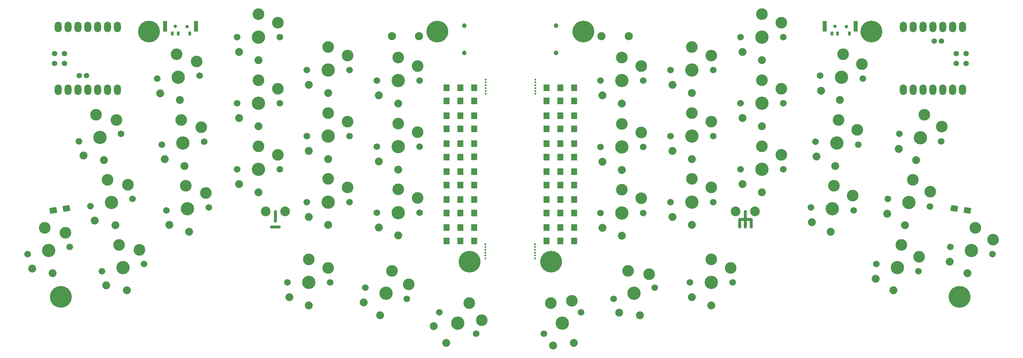
<source format=gts>
G04 #@! TF.GenerationSoftware,KiCad,Pcbnew,(6.0.6)*
G04 #@! TF.CreationDate,2022-11-10T12:46:59+01:00*
G04 #@! TF.ProjectId,totem_0_3,746f7465-6d5f-4305-9f33-2e6b69636164,0.3*
G04 #@! TF.SameCoordinates,Original*
G04 #@! TF.FileFunction,Soldermask,Top*
G04 #@! TF.FilePolarity,Negative*
%FSLAX46Y46*%
G04 Gerber Fmt 4.6, Leading zero omitted, Abs format (unit mm)*
G04 Created by KiCad (PCBNEW (6.0.6)) date 2022-11-10 12:46:59*
%MOMM*%
%LPD*%
G01*
G04 APERTURE LIST*
G04 Aperture macros list*
%AMRotRect*
0 Rectangle, with rotation*
0 The origin of the aperture is its center*
0 $1 length*
0 $2 width*
0 $3 Rotation angle, in degrees counterclockwise*
0 Add horizontal line*
21,1,$1,$2,0,0,$3*%
G04 Aperture macros list end*
%ADD10C,0.750000*%
%ADD11C,1.701800*%
%ADD12C,3.000000*%
%ADD13C,3.429000*%
%ADD14C,2.032000*%
%ADD15R,1.500000X1.800000*%
%ADD16C,0.500000*%
%ADD17C,5.600000*%
%ADD18C,1.200000*%
%ADD19O,1.800000X2.750000*%
%ADD20C,1.397000*%
%ADD21C,2.500000*%
%ADD22C,0.900000*%
%ADD23R,0.700000X1.000000*%
%ADD24R,1.000000X2.800000*%
%ADD25C,2.100000*%
%ADD26RotRect,1.800000X1.500000X170.000000*%
%ADD27RotRect,1.800000X1.500000X10.000000*%
G04 APERTURE END LIST*
D10*
X89500000Y-99000000D02*
X89500000Y-101500000D01*
X88500000Y-103000000D02*
X90500000Y-103000000D01*
X210500000Y-99000000D02*
X210500000Y-103000000D01*
X212000000Y-101000000D02*
X212000000Y-103000000D01*
X209000000Y-101000000D02*
X209000000Y-103000000D01*
X209000000Y-101000000D02*
X212000000Y-101000000D01*
D11*
X44838180Y-114436364D03*
D12*
X49221416Y-107621693D03*
X54527481Y-108920029D03*
D11*
X55671066Y-112526234D03*
D13*
X50254623Y-113481299D03*
D14*
X51279147Y-119291665D03*
X45990447Y-118091809D03*
D15*
X162872435Y-67194348D03*
X162872435Y-70594348D03*
X137127565Y-74393348D03*
X137127565Y-77793348D03*
D13*
X98103165Y-117314348D03*
D12*
X98103165Y-111364348D03*
X103103165Y-113564348D03*
D11*
X103603165Y-117314348D03*
X92603165Y-117314348D03*
D14*
X98103165Y-123214348D03*
X93103165Y-121114348D03*
D11*
X115629205Y-99324989D03*
D12*
X121129205Y-93374989D03*
X126129205Y-95574989D03*
D13*
X121129205Y-99324989D03*
D11*
X126629205Y-99324989D03*
D14*
X121129205Y-105224989D03*
X116129205Y-103124989D03*
D11*
X59044212Y-64830392D03*
D12*
X64115763Y-58511225D03*
D11*
X70017416Y-64063070D03*
D13*
X64530814Y-64446731D03*
D12*
X69257047Y-60357083D03*
D14*
X64942377Y-70332359D03*
X59808068Y-68586257D03*
D16*
X156392565Y-110394348D03*
X156392565Y-109654348D03*
X156392565Y-111134348D03*
X156392565Y-108174348D03*
X156392565Y-108914348D03*
X156392565Y-107434348D03*
D12*
X90129229Y-67418188D03*
X85129229Y-65218188D03*
D11*
X90629229Y-71168188D03*
D13*
X85129229Y-71168188D03*
D11*
X79629229Y-71168188D03*
D14*
X85129229Y-77068188D03*
X80129229Y-74968188D03*
D11*
X173253285Y-99410067D03*
D13*
X178753285Y-99410067D03*
D12*
X178753285Y-93460067D03*
D11*
X184253285Y-99410067D03*
D12*
X183753285Y-95660067D03*
D14*
X178753285Y-105310067D03*
X173753285Y-103210067D03*
D11*
X227430087Y-97987331D03*
D13*
X232916689Y-98370992D03*
D12*
X233331740Y-92435486D03*
D11*
X238403291Y-98754653D03*
D12*
X238166096Y-94978909D03*
D14*
X232505126Y-104256620D03*
X227663794Y-101812953D03*
D17*
X139500000Y-112000000D03*
D18*
X161800000Y-51200000D03*
X161800000Y-58200000D03*
D19*
X266420000Y-51505000D03*
X263880000Y-51505000D03*
X261340000Y-51505000D03*
X258800000Y-51505000D03*
X256260000Y-51505000D03*
X253720000Y-51505000D03*
X251180000Y-51505000D03*
X251180000Y-67695000D03*
X253720000Y-67695000D03*
X256260000Y-67695000D03*
X258800000Y-67695000D03*
X261340000Y-67695000D03*
X263880000Y-67695000D03*
X266420000Y-67695000D03*
D20*
X267372000Y-58330000D03*
X267372000Y-60870000D03*
X264832000Y-58330000D03*
X264832000Y-60870000D03*
X259117000Y-55155000D03*
X261022000Y-55155000D03*
D12*
X30119358Y-103229742D03*
D11*
X36569008Y-108134283D03*
D12*
X35425423Y-104528078D03*
D13*
X31152565Y-109089348D03*
D11*
X25736122Y-110044413D03*
D14*
X32177089Y-114899714D03*
X26888389Y-113699858D03*
D21*
X213000000Y-99000000D03*
D15*
X166422435Y-103194348D03*
X166422435Y-106594348D03*
X159322435Y-81597348D03*
X159322435Y-84997348D03*
D11*
X250136122Y-79059283D03*
D13*
X255552565Y-80014348D03*
D11*
X260969008Y-80969413D03*
D12*
X256585772Y-74154742D03*
X261127784Y-77189560D03*
D14*
X254528041Y-85824714D03*
X249968663Y-82888377D03*
D21*
X92000000Y-99000000D03*
D11*
X123340157Y-121512853D03*
D13*
X118027565Y-120089348D03*
D12*
X123827766Y-117761221D03*
D11*
X112714973Y-118665843D03*
D12*
X119567538Y-114342089D03*
D14*
X116500533Y-125788310D03*
X112214423Y-122465771D03*
D12*
X90129229Y-50417968D03*
D11*
X79629229Y-54167968D03*
X90629229Y-54167968D03*
D12*
X85129229Y-48217968D03*
D13*
X85129229Y-54167968D03*
D14*
X85129229Y-60067968D03*
X80129229Y-57967968D03*
D15*
X162872435Y-88796348D03*
X162872435Y-92196348D03*
D12*
X274277784Y-106264560D03*
D11*
X274119008Y-110044413D03*
X263286122Y-108134283D03*
D13*
X268702565Y-109089348D03*
D12*
X269735772Y-103229742D03*
D14*
X267678041Y-114899714D03*
X263118663Y-111963377D03*
D17*
X34300000Y-121014348D03*
D15*
X166422435Y-67194348D03*
X166422435Y-70594348D03*
D12*
X196753205Y-90654887D03*
D11*
X202253205Y-96604887D03*
D13*
X196753205Y-96604887D03*
D12*
X201753205Y-92854887D03*
D11*
X191253205Y-96604887D03*
D14*
X196753205Y-102504887D03*
X191753205Y-100404887D03*
D15*
X140677565Y-67194348D03*
X140677565Y-70594348D03*
D22*
X66750000Y-51400000D03*
X63750000Y-51350000D03*
D23*
X67500000Y-53200000D03*
X64500000Y-53200000D03*
X63000000Y-53200000D03*
D24*
X69100000Y-51300000D03*
X61150000Y-51300000D03*
D25*
X173500000Y-53850000D03*
X180500000Y-53850000D03*
D17*
X265700000Y-121000000D03*
X243000000Y-52700000D03*
D13*
X181877565Y-120089348D03*
D12*
X185736623Y-115173031D03*
D11*
X187190157Y-118665843D03*
D12*
X180337592Y-114342089D03*
D11*
X176564973Y-121512853D03*
D14*
X183404597Y-125788310D03*
X178031448Y-125053961D03*
D26*
X267674173Y-98795202D03*
X264325827Y-98204798D03*
D13*
X163427203Y-127764348D03*
D11*
X168190343Y-125014348D03*
D12*
X160452203Y-122611497D03*
D11*
X158664063Y-130514348D03*
D12*
X165882330Y-122016753D03*
D14*
X166377203Y-132873898D03*
X160997076Y-133555245D03*
D15*
X162872435Y-81597348D03*
X162872435Y-84997348D03*
D11*
X239589167Y-81795845D03*
D13*
X234102565Y-81412184D03*
D12*
X234517616Y-75476678D03*
X239351972Y-78020101D03*
D11*
X228615963Y-81028523D03*
D14*
X233691002Y-87297812D03*
X228849670Y-84854145D03*
D12*
X183753245Y-61574549D03*
D11*
X173253245Y-65324549D03*
D12*
X178753245Y-59374549D03*
D13*
X178753245Y-65324549D03*
D11*
X184253245Y-65324549D03*
D14*
X178753245Y-71224549D03*
X173753245Y-69124549D03*
D12*
X126129205Y-61574549D03*
X121129205Y-59374549D03*
D13*
X121129205Y-65324549D03*
D11*
X115629205Y-65324549D03*
X126629205Y-65324549D03*
D14*
X121129205Y-71224549D03*
X116129205Y-69124549D03*
D12*
X103129241Y-56654447D03*
X108129241Y-58854447D03*
D11*
X108629241Y-62604447D03*
X97629241Y-62604447D03*
D13*
X103129241Y-62604447D03*
D14*
X103129241Y-68504447D03*
X98129241Y-66404447D03*
D15*
X137127565Y-103194348D03*
X137127565Y-106594348D03*
D22*
X236550000Y-51400000D03*
X233550000Y-51350000D03*
D23*
X237300000Y-53200000D03*
X234300000Y-53200000D03*
X232800000Y-53200000D03*
D24*
X230950000Y-51300000D03*
X238900000Y-51300000D03*
D12*
X70442923Y-77315891D03*
D13*
X65716690Y-81405539D03*
D11*
X60230088Y-81789200D03*
D12*
X65301639Y-75470033D03*
D11*
X71203292Y-81021878D03*
D14*
X66128253Y-87291167D03*
X60993944Y-85545065D03*
D12*
X201753205Y-75854667D03*
D11*
X191253205Y-79604667D03*
X202253205Y-79604667D03*
D13*
X196753205Y-79604667D03*
D12*
X196753205Y-73654667D03*
D14*
X196753205Y-85504667D03*
X191753205Y-83404667D03*
D12*
X108129241Y-75854667D03*
X103129241Y-73654667D03*
D11*
X108629241Y-79604667D03*
X97629241Y-79604667D03*
D13*
X103129241Y-79604667D03*
D14*
X103129241Y-85504667D03*
X98129241Y-83404667D03*
D13*
X252600506Y-96756297D03*
D11*
X247184063Y-95801232D03*
X258016949Y-97711362D03*
D12*
X258175725Y-93931509D03*
X253633713Y-90896691D03*
D14*
X251575982Y-102566663D03*
X247016604Y-99630326D03*
D15*
X137127565Y-88796348D03*
X137127565Y-92196348D03*
X137127565Y-81597348D03*
X137127565Y-84997348D03*
X159322435Y-103194348D03*
X159322435Y-106594348D03*
X162872435Y-103194348D03*
X162872435Y-106594348D03*
X133577565Y-74393348D03*
X133577565Y-77793348D03*
D12*
X66487514Y-92428842D03*
D11*
X61415963Y-98748009D03*
D13*
X66902565Y-98364348D03*
D12*
X71628798Y-94274700D03*
D11*
X72389167Y-97980687D03*
D14*
X67314128Y-104249976D03*
X62179819Y-102503874D03*
D15*
X159322435Y-67194348D03*
X159322435Y-70594348D03*
D12*
X142682692Y-127016753D03*
D11*
X131714425Y-125014348D03*
X141240705Y-130514348D03*
D13*
X136477565Y-127764348D03*
D12*
X139452565Y-122611497D03*
D14*
X133527565Y-132873898D03*
X130247438Y-128555245D03*
D17*
X57000000Y-52700000D03*
D13*
X214753165Y-71168188D03*
D12*
X219753165Y-67418188D03*
X214753165Y-65218188D03*
D11*
X220253165Y-71168188D03*
X209253165Y-71168188D03*
D14*
X214753165Y-77068188D03*
X209753165Y-74968188D03*
D16*
X143597565Y-107434348D03*
X143597565Y-108914348D03*
X143597565Y-110394348D03*
X143597565Y-108174348D03*
X143597565Y-111134348D03*
X143597565Y-109654348D03*
D15*
X162872435Y-95995348D03*
X162872435Y-99395348D03*
D21*
X208000000Y-99000000D03*
D15*
X159322435Y-88796348D03*
X159322435Y-92196348D03*
D13*
X44350509Y-79997401D03*
D12*
X43317302Y-74137795D03*
D11*
X38934066Y-80952466D03*
D12*
X48623367Y-75436131D03*
D11*
X49766952Y-79042336D03*
D14*
X45375033Y-85807767D03*
X40086333Y-84607911D03*
D15*
X166422435Y-95995348D03*
X166422435Y-99395348D03*
X133577565Y-88796348D03*
X133577565Y-92196348D03*
D11*
X209253165Y-54167968D03*
D12*
X214753165Y-48217968D03*
D13*
X214753165Y-54167968D03*
D11*
X220253165Y-54167968D03*
D12*
X219753165Y-50417968D03*
D14*
X214753165Y-60067968D03*
X209753165Y-57967968D03*
D25*
X126500000Y-53850000D03*
X119500000Y-53850000D03*
D13*
X235288440Y-64453375D03*
D11*
X229801838Y-64069714D03*
D12*
X235703491Y-58517869D03*
X240537847Y-61061292D03*
D11*
X240775042Y-64837036D03*
D14*
X234876877Y-70339003D03*
X230035545Y-67895336D03*
D12*
X250681658Y-107638639D03*
D13*
X249648451Y-113498245D03*
D11*
X255064894Y-114453310D03*
X244232008Y-112543180D03*
D12*
X255223670Y-110673457D03*
D14*
X248623927Y-119308611D03*
X244064549Y-116372274D03*
D12*
X206778165Y-113564348D03*
D11*
X207278165Y-117314348D03*
D13*
X201778165Y-117314348D03*
D11*
X196278165Y-117314348D03*
D12*
X201778165Y-111364348D03*
D14*
X201778165Y-123214348D03*
X196778165Y-121114348D03*
D27*
X32325827Y-98795202D03*
X35674173Y-98204798D03*
D15*
X140677565Y-81592348D03*
X140677565Y-84992348D03*
X133577565Y-81597348D03*
X133577565Y-84997348D03*
X159322435Y-95995348D03*
X159322435Y-99395348D03*
D18*
X138200000Y-58200000D03*
X138200000Y-51200000D03*
D13*
X214753165Y-88168408D03*
D11*
X209253165Y-88168408D03*
D12*
X219753165Y-84418408D03*
D11*
X220253165Y-88168408D03*
D12*
X214753165Y-82218408D03*
D14*
X214753165Y-94068408D03*
X209753165Y-91968408D03*
D15*
X140677565Y-95995348D03*
X140677565Y-99395348D03*
D16*
X156422565Y-67254348D03*
X156422565Y-68734348D03*
X156422565Y-67994348D03*
X156422565Y-65034348D03*
X156422565Y-65774348D03*
X156422565Y-66514348D03*
D11*
X97629241Y-96604887D03*
X108629241Y-96604887D03*
D12*
X108129241Y-92854887D03*
D13*
X103129241Y-96604887D03*
D12*
X103129241Y-90654887D03*
D14*
X103129241Y-102504887D03*
X98129241Y-100404887D03*
D15*
X140677565Y-88796348D03*
X140677565Y-92196348D03*
X133577565Y-103194348D03*
X133577565Y-106594348D03*
X137127565Y-67194348D03*
X137127565Y-70594348D03*
X133577565Y-67194348D03*
X133577565Y-70594348D03*
D21*
X87000000Y-99000000D03*
D15*
X137127565Y-95995348D03*
X137127565Y-99395348D03*
X166422435Y-81597348D03*
X166422435Y-84997348D03*
X140677565Y-103194348D03*
X140677565Y-106594348D03*
X159322435Y-74393348D03*
X159322435Y-77793348D03*
D17*
X160500000Y-112000000D03*
D15*
X140677565Y-74393348D03*
X140677565Y-77793348D03*
D12*
X121129205Y-76374769D03*
D11*
X115629205Y-82324769D03*
X126629205Y-82324769D03*
D12*
X126129205Y-78574769D03*
D13*
X121129205Y-82324769D03*
D14*
X121129205Y-88224769D03*
X116129205Y-86124769D03*
D12*
X90129229Y-84418408D03*
X85129229Y-82218408D03*
D11*
X79629229Y-88168408D03*
X90629229Y-88168408D03*
D13*
X85129229Y-88168408D03*
D14*
X85129229Y-94068408D03*
X80129229Y-91968408D03*
D13*
X47302565Y-96739348D03*
D11*
X52719008Y-95784283D03*
D12*
X51575423Y-92178078D03*
D11*
X41886122Y-97694413D03*
D12*
X46269358Y-90879742D03*
D14*
X48327089Y-102549714D03*
X43038389Y-101349858D03*
D17*
X131200000Y-52700000D03*
D15*
X166422435Y-74393348D03*
X166422435Y-77793348D03*
X166422435Y-88796348D03*
X166422435Y-92196348D03*
D12*
X196753205Y-56654447D03*
X201753205Y-58854447D03*
D13*
X196753205Y-62604447D03*
D11*
X191253205Y-62604447D03*
X202253205Y-62604447D03*
D14*
X196753205Y-68504447D03*
X191753205Y-66404447D03*
D12*
X183753285Y-78659847D03*
X178753285Y-76459847D03*
D11*
X173253285Y-82409847D03*
X184253285Y-82409847D03*
D13*
X178753285Y-82409847D03*
D14*
X178753285Y-88309847D03*
X173753285Y-86209847D03*
D15*
X133577565Y-95995348D03*
X133577565Y-99395348D03*
D16*
X143627565Y-68734348D03*
X143627565Y-67254348D03*
X143627565Y-67994348D03*
X143627565Y-65034348D03*
X143627565Y-66514348D03*
X143627565Y-65774348D03*
D19*
X33580000Y-67695000D03*
X36120000Y-67695000D03*
X38660000Y-67695000D03*
X41200000Y-67695000D03*
X43740000Y-67695000D03*
X46280000Y-67695000D03*
X48820000Y-67695000D03*
X48820000Y-51505000D03*
X46280000Y-51505000D03*
X43740000Y-51505000D03*
X41200000Y-51505000D03*
X38660000Y-51505000D03*
X36120000Y-51505000D03*
X33580000Y-51505000D03*
D20*
X32628000Y-60870000D03*
X32628000Y-58330000D03*
X35168000Y-60870000D03*
X35168000Y-58330000D03*
X40883000Y-64045000D03*
X38978000Y-64045000D03*
D17*
X168800000Y-52700000D03*
D15*
X162872435Y-74393348D03*
X162872435Y-77793348D03*
M02*

</source>
